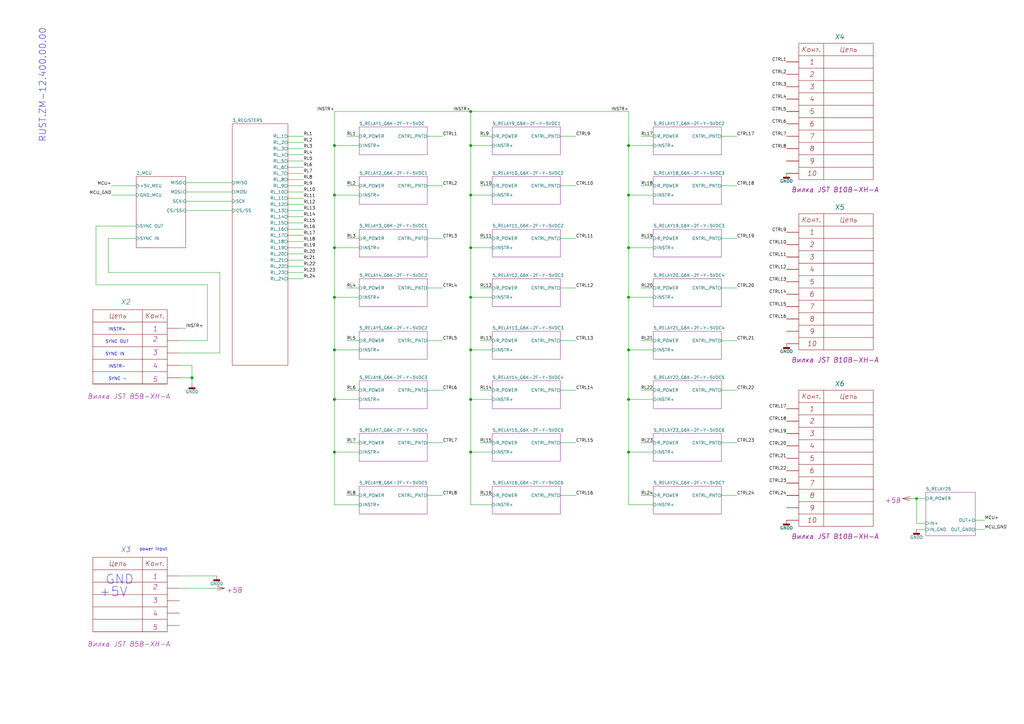
<source format=kicad_sch>
(kicad_sch (version 20210621) (generator eeschema)
  (paper "A3")
  (title_block (title "Seebeck measurement system (longitudinally") (rev "rev") (company "Rustec") (comment 1 "RUST.ZM-12.402.01.00") (comment 2 "mikhailov") (comment 3 "sitnicov") (comment 4 "4") (comment 5 "5") (comment 6 "6") (comment 7 "7") (comment 8 "8") (comment 9 "9"))
  (lib_symbols
    (symbol "[LTM][Power]:+5V" (power) (pin_numbers hide) (pin_names (offset 0) hide)
      (property "ValueName" "+5В" (at 0 5.08 0))
      (symbol "+5V_0_1"
        (polyline (pts (xy 0 3.175) (xy -0.8128 0.1778)))
        (polyline (pts (xy 0 3.175) (xy 0 0)))
        (polyline (pts (xy 0.8128 0.1778) (xy 0 3.175)))
      )
      (symbol "+5V_1_1"
        (pin power_in line (at 0 0 90) (length 0) hide (name "+5V") (number "1"))
      )
    )
    (symbol "my_Library:B10B-XH-A_right" (pin_numbers hide) (pin_names (offset 0) hide)
      (property "Reference" "X3" (at 19.6851 10.2517 0))
      (property "ValueName" "Вилка JST B10B-XH-A" (at 1.9051 -52.4053 0))
      (symbol "B10B-XH-A_right_0_0"
        (rectangle (start 5.08 7.62) (end 35.56 -48.26))
        (polyline (pts (xy 15.24 7.62) (xy 15.24 -48.26)))
        (polyline (pts (xy 35.56 -43.18) (xy 5.08 -43.18)))
        (polyline (pts (xy 35.56 -38.1) (xy 5.08 -38.1)))
        (polyline (pts (xy 35.56 -33.02) (xy 5.08 -33.02)))
        (polyline (pts (xy 35.56 -27.94) (xy 5.08 -27.94)))
        (polyline (pts (xy 35.56 -22.86) (xy 5.08 -22.86)))
        (polyline (pts (xy 35.56 -17.78) (xy 5.08 -17.78)))
        (polyline (pts (xy 35.56 -12.7) (xy 5.08 -12.7)))
        (polyline (pts (xy 35.56 -7.62) (xy 5.08 -7.62)))
        (polyline (pts (xy 35.56 -2.54) (xy 5.08 -2.54)))
        (polyline (pts (xy 35.56 2.54) (xy 5.08 2.54)))
      )
      (symbol "B10B-XH-A_right_1_1"
        (text "1" (at 10.414 0 0) (effects (font (size 2.0066 2.0066) italic)))
        (text "10" (at 10.414 -45.72 0) (effects (font (size 2.0066 2.0066) italic)))
        (text "2" (at 10.414 -5.08 0) (effects (font (size 2.0066 2.0066) italic)))
        (text "3" (at 10.414 -10.16 0) (effects (font (size 2.0066 2.0066) italic)))
        (text "4" (at 10.414 -15.24 0) (effects (font (size 2.0066 2.0066) italic)))
        (text "5" (at 10.414 -20.32 0) (effects (font (size 2.0066 2.0066) italic)))
        (text "6" (at 10.414 -25.4 0) (effects (font (size 2.0066 2.0066) italic)))
        (text "7" (at 10.414 -30.48 0) (effects (font (size 2.0066 2.0066) italic)))
        (text "8" (at 10.414 -35.56 0) (effects (font (size 2.0066 2.0066) italic)))
        (text "9" (at 10.414 -40.64 0) (effects (font (size 2.0066 2.0066) italic)))
        (text "Конт." (at 10.16 5.08 0) (effects (font (size 2.0066 2.0066) italic)))
        (text "Цепь" (at 25.4 5.08 0) (effects (font (size 2.0066 2.0066) italic)))
        (pin passive line (at 0 0 0) (length 5.08) (name "1") (number "1"))
        (pin passive line (at 0 -45.72 0) (length 5.08) (name "10") (number "10"))
        (pin passive line (at 0 -5.08 0) (length 5.08) (name "2") (number "2"))
        (pin passive line (at 0 -10.16 0) (length 5.08) (name "3") (number "3"))
        (pin passive line (at 0 -15.24 0) (length 5.08) (name "4") (number "4"))
        (pin passive line (at 0 -20.32 0) (length 5.08) (name "5") (number "5"))
        (pin passive line (at 0 -25.4 0) (length 5.08) (name "6") (number "6"))
        (pin passive line (at 0 -30.48 0) (length 5.08) (name "7") (number "7"))
        (pin passive line (at 0 -35.56 0) (length 5.08) (name "8") (number "8"))
        (pin passive line (at 0 -40.64 0) (length 5.08) (name "9") (number "9"))
      )
    )
    (symbol "my_Library:B5B-XH-A_Left" (pin_numbers hide) (pin_names (offset 0) hide)
      (property "Reference" "X" (at -22.225 10.795 0))
      (property "ValueName" "Вилка JST B5B-XH-A" (at -20.955 -27.94 0))
      (property "PIN1" "1" (at -10.16 -0.227 0))
      (property "PIN2" "2" (at -10.16 -4.464 0))
      (property "PIN3" "3" (at -10.16 -9.971 0))
      (property "PIN4" "4" (at -10.16 -15.478 0))
      (property "PIN5" "5" (at -10.16 -20.985 0))
      (symbol "B5B-XH-A_Left_0_0"
        (rectangle (start -5.08 7.62) (end -35.56 -22.86))
        (polyline (pts (xy -35.56 -22.86) (xy -5.08 -22.86)))
        (polyline (pts (xy -35.56 -17.78) (xy -5.08 -17.78)))
        (polyline (pts (xy -35.56 -12.7) (xy -5.08 -12.7)))
        (polyline (pts (xy -35.56 -7.62) (xy -5.08 -7.62)))
        (polyline (pts (xy -35.56 -2.54) (xy -5.08 -2.54)))
        (polyline (pts (xy -35.56 2.54) (xy -5.08 2.54)))
        (polyline (pts (xy -15.24 7.62) (xy -15.24 -22.86)))
      )
      (symbol "B5B-XH-A_Left_1_1"
        (text "Конт." (at -10.16 5.08 0) (effects (font (size 2.0066 2.0066) italic)))
        (text "Цепь" (at -25.4 5.08 0) (effects (font (size 2.0066 2.0066) italic)))
        (pin passive line (at 0 0 180) (length 5.08) (name "1") (number "1"))
        (pin passive line (at 0 -5.08 180) (length 5.08) (name "2") (number "2"))
        (pin passive line (at 0 -10.16 180) (length 5.08) (name "3") (number "3"))
        (pin passive line (at 0 -15.24 180) (length 5.08) (name "4") (number "4"))
        (pin passive line (at 0 -20.32 180) (length 5.08) (name "5") (number "5"))
      )
    )
    (symbol "my_Library:board_symbol_190x310"
      (property "Reference" "PCB" (at 12.7 -1.905 0))
      (property "Value" "board_symbol_190x310" (at 13.335 -8.255 0))
      (symbol "board_symbol_190x310_0_1"
        (rectangle (start 0 0) (end 25.4 -10.16) (stroke (width 0.1524)))
      )
    )
    (symbol "my_Library:bread_16pins"
      (property "Reference" "BB" (at 10.16 3.81 0))
      (property "Value" "bread_16pins" (at 11.43 -40.64 0))
      (symbol "bread_16pins_1_0"
        (pin tri_state line (at 0 0 0) (length 2.54) (name "") (number "1"))
        (pin input line (at 20.32 -30.48 180) (length 2.54) (name "") (number "10"))
        (pin input line (at 20.32 -25.4 180) (length 2.54) (name "") (number "11"))
        (pin input line (at 20.32 -20.32 180) (length 2.54) (name "") (number "12"))
        (pin input line (at 20.32 -15.24 180) (length 2.54) (name "") (number "13"))
        (pin input line (at 20.32 -10.16 180) (length 2.54) (name "") (number "14"))
        (pin tri_state line (at 20.32 -5.08 180) (length 2.54) (name "") (number "15"))
        (pin power_in line (at 20.32 0 180) (length 2.54) (name "") (number "16"))
        (pin tri_state line (at 0 -5.08 0) (length 2.54) (name "") (number "2"))
        (pin tri_state line (at 0 -10.16 0) (length 2.54) (name "") (number "3"))
        (pin tri_state line (at 0 -15.24 0) (length 2.54) (name "") (number "4"))
        (pin tri_state line (at 0 -20.32 0) (length 2.54) (name "") (number "5"))
        (pin tri_state line (at 0 -25.4 0) (length 2.54) (name "") (number "6"))
        (pin tri_state line (at 0 -30.48 0) (length 2.54) (name "") (number "7"))
        (pin power_in line (at 0 -35.56 0) (length 2.54) (name "") (number "8"))
        (pin output line (at 20.32 -35.56 180) (length 2.54) (name "") (number "9"))
      )
      (symbol "bread_16pins_1_1"
        (rectangle (start 2.54 2.54) (end 17.78 -39.37) (stroke (width 0.254)) (fill (type background)))
      )
    )
    (symbol "power:GNDD" (power) (pin_names (offset 0))
      (property "Value" "GNDD" (at 0 -3.175 0))
      (symbol "GNDD_0_1"
        (rectangle (start -1.27 -1.524) (end 1.27 -2.032) (stroke (width 0.254)) (fill (type outline)))
        (polyline (pts (xy 0 0) (xy 0 -1.524)))
      )
      (symbol "GNDD_1_1"
        (pin power_in line (at 0 0 270) (length 0) hide (name "GNDD") (number "1"))
      )
    )
  )
  (junction (at 78.74 154.94) (diameter 1.016))
  (junction (at 137.16 59.69) (diameter 1.016))
  (junction (at 137.16 80.01) (diameter 1.016))
  (junction (at 137.16 101.6) (diameter 1.016))
  (junction (at 137.16 121.92) (diameter 1.016))
  (junction (at 137.16 143.51) (diameter 1.016))
  (junction (at 137.16 163.83) (diameter 1.016))
  (junction (at 137.16 185.42) (diameter 1.016))
  (junction (at 193.04 45.72) (diameter 1.016))
  (junction (at 193.04 59.69) (diameter 1.016))
  (junction (at 193.04 80.01) (diameter 1.016))
  (junction (at 193.04 101.6) (diameter 1.016))
  (junction (at 193.04 121.92) (diameter 1.016))
  (junction (at 193.04 143.51) (diameter 1.016))
  (junction (at 193.04 163.83) (diameter 1.016))
  (junction (at 193.04 185.42) (diameter 1.016))
  (junction (at 257.81 59.69) (diameter 1.016))
  (junction (at 257.81 80.01) (diameter 1.016))
  (junction (at 257.81 101.6) (diameter 1.016))
  (junction (at 257.81 121.92) (diameter 1.016))
  (junction (at 257.81 143.51) (diameter 1.016))
  (junction (at 257.81 163.83) (diameter 1.016))
  (junction (at 257.81 185.42) (diameter 1.016))
  (junction (at 375.92 204.47))
  (wire (pts (xy 39.37 92.71) (xy 55.88 92.71)))
  (wire (pts (xy 39.37 116.84) (xy 39.37 92.71)))
  (wire (pts (xy 44.45 97.79) (xy 44.45 111.76)))
  (wire (pts (xy 44.45 111.76) (xy 90.17 111.76)))
  (wire (pts (xy 45.72 76.2) (xy 55.88 76.2)))
  (wire (pts (xy 45.72 80.01) (xy 55.88 80.01)))
  (wire (pts (xy 55.88 97.79) (xy 44.45 97.79)))
  (wire (pts (xy 73.66 134.62) (xy 76.2 134.62)))
  (wire (pts (xy 73.66 139.7) (xy 85.09 139.7)))
  (wire (pts (xy 73.66 149.86) (xy 78.74 149.86)))
  (wire (pts (xy 73.66 154.94) (xy 78.74 154.94)))
  (wire (pts (xy 73.66 236.22) (xy 88.9 236.22)))
  (wire (pts (xy 73.66 241.3) (xy 88.9 241.3)))
  (wire (pts (xy 76.2 74.93) (xy 95.25 74.93)))
  (wire (pts (xy 76.2 78.74) (xy 95.25 78.74)))
  (wire (pts (xy 76.2 82.55) (xy 95.25 82.55)))
  (wire (pts (xy 76.2 86.36) (xy 95.25 86.36)))
  (wire (pts (xy 78.74 154.94) (xy 78.74 149.86)))
  (wire (pts (xy 78.74 157.48) (xy 78.74 154.94)))
  (wire (pts (xy 85.09 116.84) (xy 39.37 116.84)))
  (wire (pts (xy 85.09 139.7) (xy 85.09 116.84)))
  (wire (pts (xy 90.17 111.76) (xy 90.17 144.78)))
  (wire (pts (xy 90.17 144.78) (xy 73.66 144.78)))
  (wire (pts (xy 118.11 55.88) (xy 124.46 55.88)))
  (wire (pts (xy 118.11 58.42) (xy 124.46 58.42)))
  (wire (pts (xy 118.11 60.96) (xy 124.46 60.96)))
  (wire (pts (xy 118.11 63.5) (xy 124.46 63.5)))
  (wire (pts (xy 118.11 66.04) (xy 124.46 66.04)))
  (wire (pts (xy 118.11 68.58) (xy 124.46 68.58)))
  (wire (pts (xy 118.11 71.12) (xy 124.46 71.12)))
  (wire (pts (xy 118.11 73.66) (xy 124.46 73.66)))
  (wire (pts (xy 118.11 76.2) (xy 124.46 76.2)))
  (wire (pts (xy 118.11 78.74) (xy 124.46 78.74)))
  (wire (pts (xy 118.11 81.28) (xy 124.46 81.28)))
  (wire (pts (xy 118.11 83.82) (xy 124.46 83.82)))
  (wire (pts (xy 118.11 86.36) (xy 124.46 86.36)))
  (wire (pts (xy 118.11 88.9) (xy 124.46 88.9)))
  (wire (pts (xy 118.11 91.44) (xy 124.46 91.44)))
  (wire (pts (xy 118.11 93.98) (xy 124.46 93.98)))
  (wire (pts (xy 118.11 96.52) (xy 124.46 96.52)))
  (wire (pts (xy 118.11 99.06) (xy 124.46 99.06)))
  (wire (pts (xy 118.11 101.6) (xy 124.46 101.6)))
  (wire (pts (xy 118.11 104.14) (xy 124.46 104.14)))
  (wire (pts (xy 118.11 106.68) (xy 124.46 106.68)))
  (wire (pts (xy 118.11 109.22) (xy 124.46 109.22)))
  (wire (pts (xy 118.11 111.76) (xy 124.46 111.76)))
  (wire (pts (xy 118.11 114.3) (xy 124.46 114.3)))
  (wire (pts (xy 137.16 45.72) (xy 137.16 59.69)))
  (wire (pts (xy 137.16 45.72) (xy 193.04 45.72)))
  (wire (pts (xy 137.16 59.69) (xy 137.16 80.01)))
  (wire (pts (xy 137.16 59.69) (xy 147.32 59.69)))
  (wire (pts (xy 137.16 80.01) (xy 137.16 101.6)))
  (wire (pts (xy 137.16 80.01) (xy 147.32 80.01)))
  (wire (pts (xy 137.16 101.6) (xy 137.16 121.92)))
  (wire (pts (xy 137.16 101.6) (xy 147.32 101.6)))
  (wire (pts (xy 137.16 121.92) (xy 137.16 143.51)))
  (wire (pts (xy 137.16 121.92) (xy 147.32 121.92)))
  (wire (pts (xy 137.16 143.51) (xy 137.16 163.83)))
  (wire (pts (xy 137.16 143.51) (xy 147.32 143.51)))
  (wire (pts (xy 137.16 163.83) (xy 137.16 185.42)))
  (wire (pts (xy 137.16 163.83) (xy 147.32 163.83)))
  (wire (pts (xy 137.16 185.42) (xy 137.16 207.01)))
  (wire (pts (xy 137.16 185.42) (xy 147.32 185.42)))
  (wire (pts (xy 137.16 207.01) (xy 147.32 207.01)))
  (wire (pts (xy 142.24 55.88) (xy 147.32 55.88)))
  (wire (pts (xy 142.24 76.2) (xy 147.32 76.2)))
  (wire (pts (xy 142.24 97.79) (xy 147.32 97.79)))
  (wire (pts (xy 142.24 118.11) (xy 147.32 118.11)))
  (wire (pts (xy 142.24 139.7) (xy 147.32 139.7)))
  (wire (pts (xy 142.24 160.02) (xy 147.32 160.02)))
  (wire (pts (xy 142.24 181.61) (xy 147.32 181.61)))
  (wire (pts (xy 142.24 203.2) (xy 147.32 203.2)))
  (wire (pts (xy 175.26 55.88) (xy 181.61 55.88)))
  (wire (pts (xy 175.26 76.2) (xy 181.61 76.2)))
  (wire (pts (xy 175.26 97.79) (xy 181.61 97.79)))
  (wire (pts (xy 175.26 118.11) (xy 181.61 118.11)))
  (wire (pts (xy 175.26 139.7) (xy 181.61 139.7)))
  (wire (pts (xy 175.26 160.02) (xy 181.61 160.02)))
  (wire (pts (xy 175.26 181.61) (xy 181.61 181.61)))
  (wire (pts (xy 175.26 203.2) (xy 181.61 203.2)))
  (wire (pts (xy 193.04 45.72) (xy 193.04 59.69)))
  (wire (pts (xy 193.04 45.72) (xy 257.81 45.72)))
  (wire (pts (xy 193.04 59.69) (xy 193.04 80.01)))
  (wire (pts (xy 193.04 59.69) (xy 201.93 59.69)))
  (wire (pts (xy 193.04 80.01) (xy 193.04 101.6)))
  (wire (pts (xy 193.04 80.01) (xy 201.93 80.01)))
  (wire (pts (xy 193.04 101.6) (xy 193.04 121.92)))
  (wire (pts (xy 193.04 101.6) (xy 201.93 101.6)))
  (wire (pts (xy 193.04 121.92) (xy 193.04 143.51)))
  (wire (pts (xy 193.04 121.92) (xy 201.93 121.92)))
  (wire (pts (xy 193.04 143.51) (xy 193.04 163.83)))
  (wire (pts (xy 193.04 163.83) (xy 193.04 185.42)))
  (wire (pts (xy 193.04 163.83) (xy 201.93 163.83)))
  (wire (pts (xy 193.04 185.42) (xy 193.04 207.01)))
  (wire (pts (xy 193.04 185.42) (xy 201.93 185.42)))
  (wire (pts (xy 193.04 207.01) (xy 201.93 207.01)))
  (wire (pts (xy 196.85 55.88) (xy 201.93 55.88)))
  (wire (pts (xy 196.85 76.2) (xy 201.93 76.2)))
  (wire (pts (xy 196.85 97.79) (xy 201.93 97.79)))
  (wire (pts (xy 196.85 118.11) (xy 201.93 118.11)))
  (wire (pts (xy 196.85 139.7) (xy 201.93 139.7)))
  (wire (pts (xy 196.85 160.02) (xy 201.93 160.02)))
  (wire (pts (xy 196.85 181.61) (xy 201.93 181.61)))
  (wire (pts (xy 196.85 203.2) (xy 201.93 203.2)))
  (wire (pts (xy 201.93 143.51) (xy 193.04 143.51)))
  (wire (pts (xy 229.87 55.88) (xy 236.22 55.88)))
  (wire (pts (xy 229.87 76.2) (xy 236.22 76.2)))
  (wire (pts (xy 229.87 97.79) (xy 236.22 97.79)))
  (wire (pts (xy 229.87 118.11) (xy 236.22 118.11)))
  (wire (pts (xy 229.87 139.7) (xy 236.22 139.7)))
  (wire (pts (xy 229.87 160.02) (xy 236.22 160.02)))
  (wire (pts (xy 229.87 181.61) (xy 236.22 181.61)))
  (wire (pts (xy 229.87 203.2) (xy 236.22 203.2)))
  (wire (pts (xy 257.81 45.72) (xy 257.81 59.69)))
  (wire (pts (xy 257.81 59.69) (xy 257.81 80.01)))
  (wire (pts (xy 257.81 59.69) (xy 267.97 59.69)))
  (wire (pts (xy 257.81 80.01) (xy 257.81 101.6)))
  (wire (pts (xy 257.81 80.01) (xy 267.97 80.01)))
  (wire (pts (xy 257.81 101.6) (xy 257.81 121.92)))
  (wire (pts (xy 257.81 101.6) (xy 267.97 101.6)))
  (wire (pts (xy 257.81 121.92) (xy 257.81 143.51)))
  (wire (pts (xy 257.81 121.92) (xy 267.97 121.92)))
  (wire (pts (xy 257.81 143.51) (xy 257.81 163.83)))
  (wire (pts (xy 257.81 143.51) (xy 267.97 143.51)))
  (wire (pts (xy 257.81 163.83) (xy 257.81 185.42)))
  (wire (pts (xy 257.81 163.83) (xy 267.97 163.83)))
  (wire (pts (xy 257.81 185.42) (xy 257.81 207.01)))
  (wire (pts (xy 257.81 185.42) (xy 267.97 185.42)))
  (wire (pts (xy 257.81 207.01) (xy 267.97 207.01)))
  (wire (pts (xy 262.89 55.88) (xy 267.97 55.88)))
  (wire (pts (xy 262.89 76.2) (xy 267.97 76.2)))
  (wire (pts (xy 262.89 97.79) (xy 267.97 97.79)))
  (wire (pts (xy 262.89 118.11) (xy 267.97 118.11)))
  (wire (pts (xy 262.89 139.7) (xy 267.97 139.7)))
  (wire (pts (xy 262.89 160.02) (xy 267.97 160.02)))
  (wire (pts (xy 262.89 181.61) (xy 267.97 181.61)))
  (wire (pts (xy 262.89 203.2) (xy 267.97 203.2)))
  (wire (pts (xy 295.91 55.88) (xy 302.26 55.88)))
  (wire (pts (xy 295.91 76.2) (xy 302.26 76.2)))
  (wire (pts (xy 295.91 97.79) (xy 302.26 97.79)))
  (wire (pts (xy 295.91 118.11) (xy 302.26 118.11)))
  (wire (pts (xy 295.91 139.7) (xy 302.26 139.7)))
  (wire (pts (xy 295.91 160.02) (xy 302.26 160.02)))
  (wire (pts (xy 295.91 181.61) (xy 302.26 181.61)))
  (wire (pts (xy 295.91 203.2) (xy 302.26 203.2)))
  (wire (pts (xy 373.38 204.47) (xy 375.92 204.47)))
  (wire (pts (xy 375.92 204.47) (xy 379.73 204.47)))
  (wire (pts (xy 375.92 214.63) (xy 375.92 204.47)))
  (wire (pts (xy 375.92 217.17) (xy 379.73 217.17)))
  (wire (pts (xy 379.73 214.63) (xy 375.92 214.63)))
  (wire (pts (xy 400.05 213.36) (xy 403.86 213.36)))
  (wire (pts (xy 400.05 217.17) (xy 403.86 217.17)))
  (text "MH4_" (at -54.61 63.5 180) (effects (font (size 1.27 1.27)) (justify right bottom)))
  (text "RUST.ZM-12.400.00.00" (at 19.05 58.42 90) (effects (font (size 2.667 2.667)) (justify left bottom)))
  (text "+5V" (at 40.64 245.11 0) (effects (font (size 3.81 3.81)) (justify left bottom)))
  (text "SYNC OUT" (at 43.18 140.97 0) (effects (font (size 1.27 1.27)) (justify left bottom)))
  (text "SYNC IN" (at 43.18 146.05 0) (effects (font (size 1.27 1.27)) (justify left bottom)))
  (text "GND" (at 43.18 240.03 0) (effects (font (size 3.81 3.81)) (justify left bottom)))
  (text "INSTR+" (at 44.45 135.89 0) (effects (font (size 1.27 1.27)) (justify left bottom)))
  (text "INSTR-" (at 44.45 151.13 0) (effects (font (size 1.27 1.27)) (justify left bottom)))
  (text "SYNC -" (at 44.45 156.21 0) (effects (font (size 1.27 1.27)) (justify left bottom)))
  (text "power input" (at 57.15 226.06 0) (effects (font (size 1.27 1.27)) (justify left bottom)))
  (label "MCU+" (at 45.72 76.2 180))
  (label "MCU_GND" (at 45.72 80.01 180))
  (label "INSTR+" (at 76.2 134.62 0))
  (label "RL1" (at 124.46 55.88 0))
  (label "RL2" (at 124.46 58.42 0))
  (label "RL3" (at 124.46 60.96 0))
  (label "RL4" (at 124.46 63.5 0))
  (label "RL5" (at 124.46 66.04 0))
  (label "RL6" (at 124.46 68.58 0))
  (label "RL7" (at 124.46 71.12 0))
  (label "RL8" (at 124.46 73.66 0))
  (label "RL9" (at 124.46 76.2 0))
  (label "RL10" (at 124.46 78.74 0))
  (label "RL11" (at 124.46 81.28 0))
  (label "RL12" (at 124.46 83.82 0))
  (label "RL13" (at 124.46 86.36 0))
  (label "RL14" (at 124.46 88.9 0))
  (label "RL15" (at 124.46 91.44 0))
  (label "RL16" (at 124.46 93.98 0))
  (label "RL17" (at 124.46 96.52 0))
  (label "RL18" (at 124.46 99.06 0))
  (label "RL19" (at 124.46 101.6 0))
  (label "RL20" (at 124.46 104.14 0))
  (label "RL21" (at 124.46 106.68 0))
  (label "RL22" (at 124.46 109.22 0))
  (label "RL23" (at 124.46 111.76 0))
  (label "RL24" (at 124.46 114.3 0))
  (label "INSTR+" (at 137.16 45.72 180))
  (label "RL1" (at 142.24 55.88 0))
  (label "RL2" (at 142.24 76.2 0))
  (label "RL3" (at 142.24 97.79 0))
  (label "RL4" (at 142.24 118.11 0))
  (label "RL5" (at 142.24 139.7 0))
  (label "RL6" (at 142.24 160.02 0))
  (label "RL7" (at 142.24 181.61 0))
  (label "RL8" (at 142.24 203.2 0))
  (label "CTRL1" (at 181.61 55.88 0))
  (label "CTRL2" (at 181.61 76.2 0))
  (label "CTRL3" (at 181.61 97.79 0))
  (label "CTRL4" (at 181.61 118.11 0))
  (label "CTRL5" (at 181.61 139.7 0))
  (label "CTRL6" (at 181.61 160.02 0))
  (label "CTRL7" (at 181.61 181.61 0))
  (label "CTRL8" (at 181.61 203.2 0))
  (label "INSTR+" (at 193.04 45.72 180))
  (label "RL9" (at 196.85 55.88 0))
  (label "RL10" (at 196.85 76.2 0))
  (label "RL11" (at 196.85 97.79 0))
  (label "RL12" (at 196.85 118.11 0))
  (label "RL13" (at 196.85 139.7 0))
  (label "RL14" (at 196.85 160.02 0))
  (label "RL15" (at 196.85 181.61 0))
  (label "RL16" (at 196.85 203.2 0))
  (label "CTRL9" (at 236.22 55.88 0))
  (label "CTRL10" (at 236.22 76.2 0))
  (label "CTRL11" (at 236.22 97.79 0))
  (label "CTRL12" (at 236.22 118.11 0))
  (label "CTRL13" (at 236.22 139.7 0))
  (label "CTRL14" (at 236.22 160.02 0))
  (label "CTRL15" (at 236.22 181.61 0))
  (label "CTRL16" (at 236.22 203.2 0))
  (label "INSTR+" (at 257.81 45.72 180))
  (label "RL17" (at 262.89 55.88 0))
  (label "RL18" (at 262.89 76.2 0))
  (label "RL19" (at 262.89 97.79 0))
  (label "RL20" (at 262.89 118.11 0))
  (label "RL21" (at 262.89 139.7 0))
  (label "RL22" (at 262.89 160.02 0))
  (label "RL23" (at 262.89 181.61 0))
  (label "RL24" (at 262.89 203.2 0))
  (label "CTRL17" (at 302.26 55.88 0))
  (label "CTRL18" (at 302.26 76.2 0))
  (label "CTRL19" (at 302.26 97.79 0))
  (label "CTRL20" (at 302.26 118.11 0))
  (label "CTRL21" (at 302.26 139.7 0))
  (label "CTRL22" (at 302.26 160.02 0))
  (label "CTRL23" (at 302.26 181.61 0))
  (label "CTRL24" (at 302.26 203.2 0))
  (label "CTRL1" (at 322.58 25.4 180))
  (label "CTRL2" (at 322.58 30.48 180))
  (label "CTRL3" (at 322.58 35.56 180))
  (label "CTRL4" (at 322.58 40.64 180))
  (label "CTRL5" (at 322.58 45.72 180))
  (label "CTRL6" (at 322.58 50.8 180))
  (label "CTRL7" (at 322.58 55.88 180))
  (label "CTRL8" (at 322.58 60.96 180))
  (label "CTRL9" (at 322.58 95.25 180))
  (label "CTRL10" (at 322.58 100.33 180))
  (label "CTRL11" (at 322.58 105.41 180))
  (label "CTRL12" (at 322.58 110.49 180))
  (label "CTRL13" (at 322.58 115.57 180))
  (label "CTRL14" (at 322.58 120.65 180))
  (label "CTRL15" (at 322.58 125.73 180))
  (label "CTRL16" (at 322.58 130.81 180))
  (label "CTRL17" (at 322.58 167.64 180))
  (label "CTRL18" (at 322.58 172.72 180))
  (label "CTRL19" (at 322.58 177.8 180))
  (label "CTRL20" (at 322.58 182.88 180))
  (label "CTRL21" (at 322.58 187.96 180))
  (label "CTRL22" (at 322.58 193.04 180))
  (label "CTRL23" (at 322.58 198.12 180))
  (label "CTRL24" (at 322.58 203.2 180))
  (label "MCU+" (at 403.86 213.36 0))
  (label "MCU_GND" (at 403.86 217.17 0))
  (symbol (lib_id "[LTM][Power]:+5V") (at 88.9 241.3 270) (unit 1)
    (property "Reference" "#PWR016" (effects hide))
    (property "Value" "+5V" (effects hide))
    (property "ValueName" "+5В" (at 92.7101 242.0568 90) (effects (font (size 2.0066 2.0066) italic) (justify left)))
  )
  (symbol (lib_id "[LTM][Power]:+5V") (at 373.38 204.47 90) (unit 1)
    (property "Reference" "#PWR021" (effects hide))
    (property "Value" "+5V" (effects hide))
    (property "ValueName" "+5В" (at 369.5699 205.2268 90) (effects (font (size 2.0066 2.0066) italic) (justify left)))
  )
  (symbol (lib_id "power:GNDD") (at 78.74 157.48 0) (unit 1)
    (property "Reference" "#PWR015" (effects hide))
    (property "Value" "GNDD" (at 78.74 160.655 0))
  )
  (symbol (lib_id "power:GNDD") (at 88.9 236.22 0) (unit 1)
    (property "Reference" "#PWR017" (effects hide))
    (property "Value" "GNDD" (at 88.9 239.395 0))
  )
  (symbol (lib_id "power:GNDD") (at 322.58 71.12 0) (unit 1)
    (property "Reference" "#PWR018" (effects hide))
    (property "Value" "GNDD" (at 322.58 74.295 0))
  )
  (symbol (lib_id "power:GNDD") (at 322.58 140.97 0) (unit 1)
    (property "Reference" "#PWR019" (effects hide))
    (property "Value" "GNDD" (at 322.58 144.145 0))
  )
  (symbol (lib_id "power:GNDD") (at 322.58 213.36 0) (unit 1)
    (property "Reference" "#PWR020" (effects hide))
    (property "Value" "GNDD" (at 322.58 216.535 0))
  )
  (symbol (lib_id "power:GNDD") (at 375.92 217.17 0) (unit 1)
    (property "Reference" "#PWR022" (effects hide))
    (property "Value" "GNDD" (at 375.92 220.345 0))
  )
  (symbol (lib_id "my_Library:board_symbol_190x310") (at -58.42 153.67 0) (unit 1)
    (property "Reference" "PCB1" (at -32.3087 157.8415 0) (effects (justify left)))
    (property "Value" "board_symbol_190x310" (at -32.3087 160.6166 0) (effects (justify left)))
    (property "Footprint" "my_Library_ftprint:board_fp_190x310" (effects hide))
  )
  (symbol (lib_id "my_Library:bread_16pins") (at -4955.54 -4319.27 0) (unit 1)
    (property "Reference" "BB?" (at -4945.38 -4323.08 0))
    (property "Value" "bread_16pins" (at -4944.11 -4278.63 0))
    (property "Footprint" "my_Library_ftprint:breadboard_DIP-16_W7.62mm_Socket_LongPads" (effects hide))
    (property "Datasheet" "http://www.ti.com/lit/ds/symlink/sn74hc595.pdf" (effects hide))
  )
  (symbol (lib_id "my_Library:bread_16pins") (at -67.31 175.26 0) (unit 1)
    (property "Reference" "BB?" (at -57.15 168.7534 0))
    (property "Value" "bread_16pins" (at -57.15 171.5285 0))
    (property "Footprint" "my_Library_ftprint:breadboard_DIP-16_W7.62mm_Socket_LongPads" (effects hide))
    (property "Datasheet" "http://www.ti.com/lit/ds/symlink/sn74hc595.pdf" (effects hide))
  )
  (symbol (lib_id "my_Library:bread_16pins") (at -67.31 241.3 0) (unit 1)
    (property "Reference" "BB?" (at -57.15 234.7934 0))
    (property "Value" "bread_16pins" (at -57.15 237.5685 0))
    (property "Footprint" "my_Library_ftprint:breadboard_DIP-16_W7.62mm_Socket_LongPads" (effects hide))
    (property "Datasheet" "http://www.ti.com/lit/ds/symlink/sn74hc595.pdf" (effects hide))
  )
  (symbol (lib_id "my_Library:bread_16pins") (at -67.31 302.26 0) (unit 1)
    (property "Reference" "BB?" (at -57.15 295.7534 0))
    (property "Value" "bread_16pins" (at -57.15 298.5285 0))
    (property "Footprint" "my_Library_ftprint:breadboard_DIP-16_W7.62mm_Socket_LongPads" (effects hide))
    (property "Datasheet" "http://www.ti.com/lit/ds/symlink/sn74hc595.pdf" (effects hide))
  )
  (symbol (lib_id "my_Library:bread_16pins") (at -66.04 50.8 0) (unit 1)
    (property "Reference" "BB?" (at -55.88 44.2934 0))
    (property "Value" "bread_16pins" (at -55.88 47.0685 0))
    (property "Footprint" "my_Library_ftprint:breadboard_DIP-16_W7.62mm_Socket_LongPads" (effects hide))
    (property "Datasheet" "http://www.ti.com/lit/ds/symlink/sn74hc595.pdf" (effects hide))
  )
  (symbol (lib_id "my_Library:bread_16pins") (at -66.04 102.87 0) (unit 1)
    (property "Reference" "BB?" (at -55.88 96.3634 0))
    (property "Value" "bread_16pins" (at -55.88 99.1385 0))
    (property "Footprint" "my_Library_ftprint:breadboard_DIP-16_W7.62mm_Socket_LongPads" (effects hide))
    (property "Datasheet" "http://www.ti.com/lit/ds/symlink/sn74hc595.pdf" (effects hide))
  )
  (symbol (lib_id "my_Library:bread_16pins") (at -64.77 1.27 0) (unit 1)
    (property "Reference" "BB?" (at -54.61 -5.2366 0))
    (property "Value" "bread_16pins" (at -54.61 -2.4615 0))
    (property "Footprint" "my_Library_ftprint:breadboard_DIP-16_W7.62mm_Socket_LongPads" (effects hide))
    (property "Datasheet" "http://www.ti.com/lit/ds/symlink/sn74hc595.pdf" (effects hide))
  )
  (symbol (lib_id "my_Library:B5B-XH-A_Left") (at 73.66 134.62 0) (unit 1)
    (property "Reference" "X2" (at 51.435 123.825 0) (effects (font (size 2.0066 2.0066) italic)))
    (property "Value" "B5B-XH-A_Left" (effects hide))
    (property "Footprint" "my_Library_ftprint:JST_EH_B5B-EH-A_1x05_P2.50mm_Vertical" (effects hide))
    (property "Datasheet" "C:/Program Files/KiCad/share/LTM_KiCAD_LIB/LTM_DataSheet/Каталог_АО_Электродеталь.pdf" (effects hide))
    (property "ValueName" "Вилка JST B5B-XH-A" (at 52.705 162.56 0) (effects (font (size 2.0066 2.0066) italic)))
    (property "ValueGroup" "Соединители" (effects hide))
    (property "ValueGOST" "Вилка JST B5B-XH-A" (effects hide))
    (property "ValueTU" "ПРЯМАЯ" (effects hide))
    (property "ValueManufacturer" "ф. АО «Электродеталь»" (effects hide))
    (property "ValueTemp_1" "РЮМК.430420.011ТУ" (effects hide))
    (property "ValueSupplier" "ф. АО «Электродеталь»" (effects hide))
    (property "ValueAnalog" "PLD-10" (effects hide))
    (property "ValueTemperature" "от минус 60 ⁰C до + 85 ⁰C" (effects hide))
    (property "ValueNote" "-" (effects hide))
    (property "ValueTemp_2" "-" (effects hide))
    (property "ValueTemp_3" "-" (effects hide))
    (property "ValueTemp_4" "-" (effects hide))
    (property "ValueTemp_5" "-" (effects hide))
    (property "PIN1" "1" (at 63.5 134.847 0) (effects (font (size 2.0066 2.0066) italic)))
    (property "PIN2" "2" (at 63.5 139.084 0) (effects (font (size 2.0066 2.0066) italic)))
    (property "PIN3" "3" (at 63.5 144.591 0) (effects (font (size 2.0066 2.0066) italic)))
    (property "PIN4" "4" (at 63.5 150.098 0) (effects (font (size 2.0066 2.0066) italic)))
    (property "PIN5" "5" (at 63.5 155.605 0) (effects (font (size 2.0066 2.0066) italic)))
  )
  (symbol (lib_id "my_Library:B5B-XH-A_Left") (at 73.66 236.22 0) (unit 1)
    (property "Reference" "X3" (at 51.435 225.425 0) (effects (font (size 2.0066 2.0066) italic)))
    (property "Value" "B5B-XH-A_Left" (effects hide))
    (property "Footprint" "my_Library_ftprint:JST_EH_B5B-EH-A_1x05_P2.50mm_Vertical" (effects hide))
    (property "Datasheet" "C:/Program Files/KiCad/share/LTM_KiCAD_LIB/LTM_DataSheet/Каталог_АО_Электродеталь.pdf" (effects hide))
    (property "ValueName" "Вилка JST B5B-XH-A" (at 52.705 264.16 0) (effects (font (size 2.0066 2.0066) italic)))
    (property "ValueGroup" "Соединители" (effects hide))
    (property "ValueGOST" "Вилка JST B5B-XH-A" (effects hide))
    (property "ValueTU" "ПРЯМАЯ" (effects hide))
    (property "ValueManufacturer" "ф. АО «Электродеталь»" (effects hide))
    (property "ValueTemp_1" "РЮМК.430420.011ТУ" (effects hide))
    (property "ValueSupplier" "ф. АО «Электродеталь»" (effects hide))
    (property "ValueAnalog" "PLD-10" (effects hide))
    (property "ValueTemperature" "от минус 60 ⁰C до + 85 ⁰C" (effects hide))
    (property "ValueNote" "-" (effects hide))
    (property "ValueTemp_2" "-" (effects hide))
    (property "ValueTemp_3" "-" (effects hide))
    (property "ValueTemp_4" "-" (effects hide))
    (property "ValueTemp_5" "-" (effects hide))
    (property "PIN1" "1" (at 63.5 236.447 0) (effects (font (size 2.0066 2.0066) italic)))
    (property "PIN2" "2" (at 63.5 240.684 0) (effects (font (size 2.0066 2.0066) italic)))
    (property "PIN3" "3" (at 63.5 246.191 0) (effects (font (size 2.0066 2.0066) italic)))
    (property "PIN4" "4" (at 63.5 251.698 0) (effects (font (size 2.0066 2.0066) italic)))
    (property "PIN5" "5" (at 63.5 257.205 0) (effects (font (size 2.0066 2.0066) italic)))
  )
  (symbol (lib_id "my_Library:B10B-XH-A_right") (at 322.58 25.4 0) (unit 1)
    (property "Reference" "X4" (at 342.2651 15.1483 0) (effects (font (size 2.0066 2.0066) italic) (justify left)))
    (property "Value" "B10B-XH-A_right" (effects hide))
    (property "Footprint" "my_Library_ftprint:JST_EH_B10B-EH-A_1x10_P2.50mm_Vertical" (effects hide))
    (property "Datasheet" "C:/Program Files/KiCad/share/LTM_KiCAD_LIB/LTM_DataSheet/Каталог_АО_Электродеталь.pdf" (effects hide))
    (property "ValueName" "Вилка JST B10B-XH-A" (at 324.4851 77.8053 0) (effects (font (size 2.0066 2.0066) italic) (justify left)))
    (property "ValueGroup" "Соединители" (effects hide))
    (property "ValueGOST" "Вилка JST B10B-XH-A" (effects hide))
    (property "ValueTU" "ПРЯМАЯ" (effects hide))
    (property "ValueManufacturer" "ф. АО «Электродеталь»" (effects hide))
    (property "ValueTemp_1" "РЮМК.430420.011ТУ" (effects hide))
    (property "ValueSupplier" "ф. АО «Электродеталь»" (effects hide))
    (property "ValueAnalog" "PLD-10" (effects hide))
    (property "ValueTemperature" "от минус 60 ⁰C до + 85 ⁰C" (effects hide))
    (property "ValueNote" "-" (effects hide))
    (property "ValueTemp_2" "-" (effects hide))
    (property "ValueTemp_3" "-" (effects hide))
    (property "ValueTemp_4" "-" (effects hide))
    (property "ValueTemp_5" "-" (effects hide))
    (property "PIN1" "1" (effects hide))
    (property "PIN2" "2" (effects hide))
    (property "PIN3" "3" (effects hide))
    (property "PIN4" "4" (effects hide))
    (property "PIN5" "5" (effects hide))
    (property "PIN6" "6" (effects hide))
    (property "PIN7" "7" (effects hide))
    (property "PIN8" "8" (effects hide))
    (property "PIN9" "9" (effects hide))
    (property "PIN10" "10" (effects hide))
  )
  (symbol (lib_id "my_Library:B10B-XH-A_right") (at 322.58 95.25 0) (unit 1)
    (property "Reference" "X5" (at 342.2651 84.9983 0) (effects (font (size 2.0066 2.0066) italic) (justify left)))
    (property "Value" "B10B-XH-A_right" (effects hide))
    (property "Footprint" "my_Library_ftprint:JST_EH_B10B-EH-A_1x10_P2.50mm_Vertical" (effects hide))
    (property "Datasheet" "C:/Program Files/KiCad/share/LTM_KiCAD_LIB/LTM_DataSheet/Каталог_АО_Электродеталь.pdf" (effects hide))
    (property "ValueName" "Вилка JST B10B-XH-A" (at 324.4851 147.6553 0) (effects (font (size 2.0066 2.0066) italic) (justify left)))
    (property "ValueGroup" "Соединители" (effects hide))
    (property "ValueGOST" "Вилка JST B10B-XH-A" (effects hide))
    (property "ValueTU" "ПРЯМАЯ" (effects hide))
    (property "ValueManufacturer" "ф. АО «Электродеталь»" (effects hide))
    (property "ValueTemp_1" "РЮМК.430420.011ТУ" (effects hide))
    (property "ValueSupplier" "ф. АО «Электродеталь»" (effects hide))
    (property "ValueAnalog" "PLD-10" (effects hide))
    (property "ValueTemperature" "от минус 60 ⁰C до + 85 ⁰C" (effects hide))
    (property "ValueNote" "-" (effects hide))
    (property "ValueTemp_2" "-" (effects hide))
    (property "ValueTemp_3" "-" (effects hide))
    (property "ValueTemp_4" "-" (effects hide))
    (property "ValueTemp_5" "-" (effects hide))
    (property "PIN1" "1" (effects hide))
    (property "PIN2" "2" (effects hide))
    (property "PIN3" "3" (effects hide))
    (property "PIN4" "4" (effects hide))
    (property "PIN5" "5" (effects hide))
    (property "PIN6" "6" (effects hide))
    (property "PIN7" "7" (effects hide))
    (property "PIN8" "8" (effects hide))
    (property "PIN9" "9" (effects hide))
    (property "PIN10" "10" (effects hide))
  )
  (symbol (lib_id "my_Library:B10B-XH-A_right") (at 322.58 167.64 0) (unit 1)
    (property "Reference" "X6" (at 342.2651 157.3883 0) (effects (font (size 2.0066 2.0066) italic) (justify left)))
    (property "Value" "B10B-XH-A_right" (effects hide))
    (property "Footprint" "my_Library_ftprint:JST_EH_B10B-EH-A_1x10_P2.50mm_Vertical" (effects hide))
    (property "Datasheet" "C:/Program Files/KiCad/share/LTM_KiCAD_LIB/LTM_DataSheet/Каталог_АО_Электродеталь.pdf" (effects hide))
    (property "ValueName" "Вилка JST B10B-XH-A" (at 324.4851 220.0453 0) (effects (font (size 2.0066 2.0066) italic) (justify left)))
    (property "ValueGroup" "Соединители" (effects hide))
    (property "ValueGOST" "Вилка JST B10B-XH-A" (effects hide))
    (property "ValueTU" "ПРЯМАЯ" (effects hide))
    (property "ValueManufacturer" "ф. АО «Электродеталь»" (effects hide))
    (property "ValueTemp_1" "РЮМК.430420.011ТУ" (effects hide))
    (property "ValueSupplier" "ф. АО «Электродеталь»" (effects hide))
    (property "ValueAnalog" "PLD-10" (effects hide))
    (property "ValueTemperature" "от минус 60 ⁰C до + 85 ⁰C" (effects hide))
    (property "ValueNote" "-" (effects hide))
    (property "ValueTemp_2" "-" (effects hide))
    (property "ValueTemp_3" "-" (effects hide))
    (property "ValueTemp_4" "-" (effects hide))
    (property "ValueTemp_5" "-" (effects hide))
    (property "PIN1" "1" (effects hide))
    (property "PIN2" "2" (effects hide))
    (property "PIN3" "3" (effects hide))
    (property "PIN4" "4" (effects hide))
    (property "PIN5" "5" (effects hide))
    (property "PIN6" "6" (effects hide))
    (property "PIN7" "7" (effects hide))
    (property "PIN8" "8" (effects hide))
    (property "PIN9" "9" (effects hide))
    (property "PIN10" "10" (effects hide))
  )
  (sheet (at 55.88 72.39) (size 20.32 29.21) (stroke (width 0.0006))
    (property "Sheet name" "2_MCU" (at 55.88 71.7543 0) (effects (justify left bottom)))
    (property "Sheet file" "p2.kicad_sch" (effects hide))
    (pin "MISO" input (at 76.2 74.93 0))
    (pin "MOSI" input (at 76.2 78.74 0))
    (pin "CS{slash}SS" input (at 76.2 86.36 0))
    (pin "SCK" input (at 76.2 82.55 0))
    (pin "+5V_MCU" input (at 55.88 76.2 180))
    (pin "GND_MCU" input (at 55.88 80.01 180))
    (pin "SYNC OUT" input (at 55.88 92.71 180))
    (pin "SYNC IN" input (at 55.88 97.79 180))
  )
  (sheet (at 95.25 50.8) (size 22.86 99.06) (stroke (width 0.0006))
    (property "Sheet name" "3_REGISTERS" (at 95.25 50.1643 0) (effects (justify left bottom)))
    (property "Sheet file" "p3.kicad_sch" (effects hide))
    (pin "MOSI" input (at 95.25 78.74 180))
    (pin "SCK" input (at 95.25 82.55 180))
    (pin "CS{slash}SS" input (at 95.25 86.36 180))
    (pin "MISO" input (at 95.25 74.93 180))
    (pin "RL_1" output (at 118.11 55.88 0))
    (pin "RL_3" output (at 118.11 60.96 0))
    (pin "RL_4" output (at 118.11 63.5 0))
    (pin "RL_5" output (at 118.11 66.04 0))
    (pin "RL_7" output (at 118.11 71.12 0))
    (pin "RL_9" output (at 118.11 76.2 0))
    (pin "RL_11" output (at 118.11 81.28 0))
    (pin "RL_10" output (at 118.11 78.74 0))
    (pin "RL_12" output (at 118.11 83.82 0))
    (pin "RL_14" output (at 118.11 88.9 0))
    (pin "RL_16" output (at 118.11 93.98 0))
    (pin "RL_2" output (at 118.11 58.42 0))
    (pin "RL_6" output (at 118.11 68.58 0))
    (pin "RL_8" output (at 118.11 73.66 0))
    (pin "RL_23" output (at 118.11 111.76 0))
    (pin "RL_17" output (at 118.11 96.52 0))
    (pin "RL_13" output (at 118.11 86.36 0))
    (pin "RL_15" output (at 118.11 91.44 0))
    (pin "RL_19" output (at 118.11 101.6 0))
    (pin "RL_21" output (at 118.11 106.68 0))
    (pin "RL_18" output (at 118.11 99.06 0))
    (pin "RL_20" output (at 118.11 104.14 0))
    (pin "RL_22" output (at 118.11 109.22 0))
    (pin "RL_24" output (at 118.11 114.3 0))
  )
  (sheet (at 201.93 72.39) (size 27.94 11.43) (stroke (width 0.0006) (color 132 0 132 1)) (fill (color 255 255 255 0.0000))
    (property "Sheet name" "5_RELAY10_G6K-2F-Y-5VDC2" (at 201.93 71.7543 0) (effects (justify left bottom)))
    (property "Sheet file" "p5.kicad_sch" (effects hide))
    (pin "INSTR+" input (at 201.93 80.01 180))
    (pin "R_POWER" input (at 201.93 76.2 180))
    (pin "CNTRL_PNT" output (at 229.87 76.2 0))
  )
  (sheet (at 201.93 93.98) (size 27.94 11.43) (stroke (width 0.0006) (color 132 0 132 1)) (fill (color 255 255 255 0.0000))
    (property "Sheet name" "5_RELAY11_G6K-2F-Y-5VDC2" (at 201.93 93.3443 0) (effects (justify left bottom)))
    (property "Sheet file" "p5.kicad_sch" (effects hide))
    (pin "INSTR+" input (at 201.93 101.6 180))
    (pin "R_POWER" input (at 201.93 97.79 180))
    (pin "CNTRL_PNT" output (at 229.87 97.79 0))
  )
  (sheet (at 201.93 114.3) (size 27.94 11.43) (stroke (width 0.0006) (color 132 0 132 1)) (fill (color 255 255 255 0.0000))
    (property "Sheet name" "5_RELAY12_G6K-2F-Y-5VDC3" (at 201.93 113.6643 0) (effects (justify left bottom)))
    (property "Sheet file" "p5.kicad_sch" (effects hide))
    (pin "INSTR+" input (at 201.93 121.92 180))
    (pin "R_POWER" input (at 201.93 118.11 180))
    (pin "CNTRL_PNT" output (at 229.87 118.11 0))
  )
  (sheet (at 201.93 135.89) (size 27.94 11.43) (stroke (width 0.0006) (color 132 0 132 1)) (fill (color 255 255 255 0.0000))
    (property "Sheet name" "5_RELAY13_G6K-2F-Y-5VDC3" (at 201.93 135.2543 0) (effects (justify left bottom)))
    (property "Sheet file" "p5.kicad_sch" (effects hide))
    (pin "INSTR+" input (at 201.93 143.51 180))
    (pin "R_POWER" input (at 201.93 139.7 180))
    (pin "CNTRL_PNT" output (at 229.87 139.7 0))
  )
  (sheet (at 201.93 156.21) (size 27.94 11.43) (stroke (width 0.0006) (color 132 0 132 1)) (fill (color 255 255 255 0.0000))
    (property "Sheet name" "5_RELAY14_G6K-2F-Y-5VDC4" (at 201.93 155.5743 0) (effects (justify left bottom)))
    (property "Sheet file" "p5.kicad_sch" (effects hide))
    (pin "INSTR+" input (at 201.93 163.83 180))
    (pin "R_POWER" input (at 201.93 160.02 180))
    (pin "CNTRL_PNT" output (at 229.87 160.02 0))
  )
  (sheet (at 201.93 177.8) (size 27.94 11.43) (stroke (width 0.0006) (color 132 0 132 1)) (fill (color 255 255 255 0.0000))
    (property "Sheet name" "5_RELAY15_G6K-2F-Y-5VDC5" (at 201.93 177.1643 0) (effects (justify left bottom)))
    (property "Sheet file" "p5.kicad_sch" (effects hide))
    (pin "INSTR+" input (at 201.93 185.42 180))
    (pin "R_POWER" input (at 201.93 181.61 180))
    (pin "CNTRL_PNT" output (at 229.87 181.61 0))
  )
  (sheet (at 201.93 199.39) (size 27.94 11.43) (stroke (width 0.0006) (color 132 0 132 1)) (fill (color 255 255 255 0.0000))
    (property "Sheet name" "5_RELAY16_G6K-2F-Y-5VDC6" (at 201.93 198.7543 0) (effects (justify left bottom)))
    (property "Sheet file" "p5.kicad_sch" (effects hide))
    (pin "INSTR+" input (at 201.93 207.01 180))
    (pin "R_POWER" input (at 201.93 203.2 180))
    (pin "CNTRL_PNT" output (at 229.87 203.2 0))
  )
  (sheet (at 267.97 52.07) (size 27.94 11.43) (stroke (width 0.0006) (color 132 0 132 1)) (fill (color 255 255 255 0.0000))
    (property "Sheet name" "5_RELAY17_G6K-2F-Y-5VDC2" (at 267.97 51.4343 0) (effects (justify left bottom)))
    (property "Sheet file" "p5.kicad_sch" (effects hide))
    (pin "INSTR+" input (at 267.97 59.69 180))
    (pin "R_POWER" input (at 267.97 55.88 180))
    (pin "CNTRL_PNT" output (at 295.91 55.88 0))
  )
  (sheet (at 267.97 72.39) (size 27.94 11.43) (stroke (width 0.0006) (color 132 0 132 1)) (fill (color 255 255 255 0.0000))
    (property "Sheet name" "5_RELAY18_G6K-2F-Y-5VDC3" (at 267.97 71.7543 0) (effects (justify left bottom)))
    (property "Sheet file" "p5.kicad_sch" (effects hide))
    (pin "INSTR+" input (at 267.97 80.01 180))
    (pin "R_POWER" input (at 267.97 76.2 180))
    (pin "CNTRL_PNT" output (at 295.91 76.2 0))
  )
  (sheet (at 267.97 93.98) (size 27.94 11.43) (stroke (width 0.0006) (color 132 0 132 1)) (fill (color 255 255 255 0.0000))
    (property "Sheet name" "5_RELAY19_G6K-2F-Y-5VDC3" (at 267.97 93.3443 0) (effects (justify left bottom)))
    (property "Sheet file" "p5.kicad_sch" (effects hide))
    (pin "INSTR+" input (at 267.97 101.6 180))
    (pin "R_POWER" input (at 267.97 97.79 180))
    (pin "CNTRL_PNT" output (at 295.91 97.79 0))
  )
  (sheet (at 147.32 52.07) (size 27.94 11.43) (stroke (width 0.0006) (color 132 0 132 1)) (fill (color 255 255 255 0.0000))
    (property "Sheet name" "5_RELAY1_G6K-2F-Y-5VDC" (at 147.32 51.4343 0) (effects (justify left bottom)))
    (property "Sheet file" "p5.kicad_sch" (effects hide))
    (pin "INSTR+" input (at 147.32 59.69 180))
    (pin "R_POWER" input (at 147.32 55.88 180))
    (pin "CNTRL_PNT" output (at 175.26 55.88 0))
  )
  (sheet (at 267.97 114.3) (size 27.94 11.43) (stroke (width 0.0006) (color 132 0 132 1)) (fill (color 255 255 255 0.0000))
    (property "Sheet name" "5_RELAY20_G6K-2F-Y-5VDC4" (at 267.97 113.6643 0) (effects (justify left bottom)))
    (property "Sheet file" "p5.kicad_sch" (effects hide))
    (pin "INSTR+" input (at 267.97 121.92 180))
    (pin "R_POWER" input (at 267.97 118.11 180))
    (pin "CNTRL_PNT" output (at 295.91 118.11 0))
  )
  (sheet (at 267.97 135.89) (size 27.94 11.43) (stroke (width 0.0006) (color 132 0 132 1)) (fill (color 255 255 255 0.0000))
    (property "Sheet name" "5_RELAY21_G6K-2F-Y-5VDC4" (at 267.97 135.2543 0) (effects (justify left bottom)))
    (property "Sheet file" "p5.kicad_sch" (effects hide))
    (pin "INSTR+" input (at 267.97 143.51 180))
    (pin "R_POWER" input (at 267.97 139.7 180))
    (pin "CNTRL_PNT" output (at 295.91 139.7 0))
  )
  (sheet (at 267.97 156.21) (size 27.94 11.43) (stroke (width 0.0006) (color 132 0 132 1)) (fill (color 255 255 255 0.0000))
    (property "Sheet name" "5_RELAY22_G6K-2F-Y-5VDC5" (at 267.97 155.5743 0) (effects (justify left bottom)))
    (property "Sheet file" "p5.kicad_sch" (effects hide))
    (pin "INSTR+" input (at 267.97 163.83 180))
    (pin "R_POWER" input (at 267.97 160.02 180))
    (pin "CNTRL_PNT" output (at 295.91 160.02 0))
  )
  (sheet (at 267.97 177.8) (size 27.94 11.43) (stroke (width 0.0006) (color 132 0 132 1)) (fill (color 255 255 255 0.0000))
    (property "Sheet name" "5_RELAY23_G6K-2F-Y-5VDC6" (at 267.97 177.1643 0) (effects (justify left bottom)))
    (property "Sheet file" "p5.kicad_sch" (effects hide))
    (pin "INSTR+" input (at 267.97 185.42 180))
    (pin "R_POWER" input (at 267.97 181.61 180))
    (pin "CNTRL_PNT" output (at 295.91 181.61 0))
  )
  (sheet (at 267.97 199.39) (size 27.94 11.43) (stroke (width 0.0006) (color 132 0 132 1)) (fill (color 255 255 255 0.0000))
    (property "Sheet name" "5_RELAY24_G6K-2F-Y-5VDC7" (at 267.97 198.7543 0) (effects (justify left bottom)))
    (property "Sheet file" "p5.kicad_sch" (effects hide))
    (pin "INSTR+" input (at 267.97 207.01 180))
    (pin "R_POWER" input (at 267.97 203.2 180))
    (pin "CNTRL_PNT" output (at 295.91 203.2 0))
  )
  (sheet (at 379.73 201.93) (size 20.32 17.78) (stroke (width 0.0006) (color 132 0 132 1)) (fill (color 255 255 255 0.0000))
    (property "Sheet name" "5_RELAY25" (at 379.73 201.2943 0) (effects (justify left bottom)))
    (property "Sheet file" "D:/V_meter_1/stend_e3/stend_main/p8.kicad_sch" (effects hide))
    (pin "R_POWER" input (at 379.73 204.47 180))
    (pin "IN+" input (at 379.73 214.63 180))
    (pin "IN_GND" input (at 379.73 217.17 180))
    (pin "OUT_GND" output (at 400.05 217.17 0))
    (pin "OUT+" output (at 400.05 213.36 0))
  )
  (sheet (at 147.32 72.39) (size 27.94 11.43) (stroke (width 0.0006) (color 132 0 132 1)) (fill (color 255 255 255 0.0000))
    (property "Sheet name" "5_RELAY2_G6K-2F-Y-5VDC1" (at 147.32 71.7543 0) (effects (justify left bottom)))
    (property "Sheet file" "p5.kicad_sch" (effects hide))
    (pin "INSTR+" input (at 147.32 80.01 180))
    (pin "R_POWER" input (at 147.32 76.2 180))
    (pin "CNTRL_PNT" output (at 175.26 76.2 0))
  )
  (sheet (at 147.32 93.98) (size 27.94 11.43) (stroke (width 0.0006) (color 132 0 132 1)) (fill (color 255 255 255 0.0000))
    (property "Sheet name" "5_RELAY3_G6K-2F-Y-5VDC1" (at 147.32 93.3443 0) (effects (justify left bottom)))
    (property "Sheet file" "p5.kicad_sch" (effects hide))
    (pin "INSTR+" input (at 147.32 101.6 180))
    (pin "R_POWER" input (at 147.32 97.79 180))
    (pin "CNTRL_PNT" output (at 175.26 97.79 0))
  )
  (sheet (at 147.32 114.3) (size 27.94 11.43) (stroke (width 0.0006) (color 132 0 132 1)) (fill (color 255 255 255 0.0000))
    (property "Sheet name" "5_RELAY4_G6K-2F-Y-5VDC2" (at 147.32 113.6643 0) (effects (justify left bottom)))
    (property "Sheet file" "p5.kicad_sch" (effects hide))
    (pin "INSTR+" input (at 147.32 121.92 180))
    (pin "R_POWER" input (at 147.32 118.11 180))
    (pin "CNTRL_PNT" output (at 175.26 118.11 0))
  )
  (sheet (at 147.32 135.89) (size 27.94 11.43) (stroke (width 0.0006) (color 132 0 132 1)) (fill (color 255 255 255 0.0000))
    (property "Sheet name" "5_RELAY5_G6K-2F-Y-5VDC2" (at 147.32 135.2543 0) (effects (justify left bottom)))
    (property "Sheet file" "p5.kicad_sch" (effects hide))
    (pin "INSTR+" input (at 147.32 143.51 180))
    (pin "R_POWER" input (at 147.32 139.7 180))
    (pin "CNTRL_PNT" output (at 175.26 139.7 0))
  )
  (sheet (at 147.32 156.21) (size 27.94 11.43) (stroke (width 0.0006) (color 132 0 132 1)) (fill (color 255 255 255 0.0000))
    (property "Sheet name" "5_RELAY6_G6K-2F-Y-5VDC3" (at 147.32 155.5743 0) (effects (justify left bottom)))
    (property "Sheet file" "p5.kicad_sch" (effects hide))
    (pin "INSTR+" input (at 147.32 163.83 180))
    (pin "R_POWER" input (at 147.32 160.02 180))
    (pin "CNTRL_PNT" output (at 175.26 160.02 0))
  )
  (sheet (at 147.32 177.8) (size 27.94 11.43) (stroke (width 0.0006) (color 132 0 132 1)) (fill (color 255 255 255 0.0000))
    (property "Sheet name" "5_RELAY7_G6K-2F-Y-5VDC4" (at 147.32 177.1643 0) (effects (justify left bottom)))
    (property "Sheet file" "p5.kicad_sch" (effects hide))
    (pin "INSTR+" input (at 147.32 185.42 180))
    (pin "R_POWER" input (at 147.32 181.61 180))
    (pin "CNTRL_PNT" output (at 175.26 181.61 0))
  )
  (sheet (at 147.32 199.39) (size 27.94 11.43) (stroke (width 0.0006) (color 132 0 132 1)) (fill (color 255 255 255 0.0000))
    (property "Sheet name" "5_RELAY8_G6K-2F-Y-5VDC5" (at 147.32 198.7543 0) (effects (justify left bottom)))
    (property "Sheet file" "p5.kicad_sch" (effects hide))
    (pin "INSTR+" input (at 147.32 207.01 180))
    (pin "R_POWER" input (at 147.32 203.2 180))
    (pin "CNTRL_PNT" output (at 175.26 203.2 0))
  )
  (sheet (at 201.93 52.07) (size 27.94 11.43) (stroke (width 0.0006) (color 132 0 132 1)) (fill (color 255 255 255 0.0000))
    (property "Sheet name" "5_RELAY9_G6K-2F-Y-5VDC1" (at 201.93 51.4343 0) (effects (justify left bottom)))
    (property "Sheet file" "p5.kicad_sch" (effects hide))
    (pin "INSTR+" input (at 201.93 59.69 180))
    (pin "R_POWER" input (at 201.93 55.88 180))
    (pin "CNTRL_PNT" output (at 229.87 55.88 0))
  )
  (sheet (at 455.93 147.32) (size 57.15 60.96) (stroke (width 0.1524) (color 132 0 132 1)) (fill (color 255 255 255 0.0000))
    (property "Sheet name" "Untitled Sheet" (at 455.93 146.6084 0) (effects (justify left bottom)))
    (property "Sheet file" "untitled.kicad_sch" (at 455.93 208.8646 0) (effects (justify left top)))
  )
  (sheet (at 455.93 69.85) (size 58.42 54.61) (stroke (width 0.1524) (color 132 0 132 1)) (fill (color 255 255 255 0.0000))
    (property "Sheet name" "fujitsu A5W-K signal switch" (at 455.93 69.1384 0) (effects (justify left bottom)))
    (property "Sheet file" "p7.kicad_sch" (at 455.93 125.0446 0) (effects (justify left top)))
  )
)
</source>
